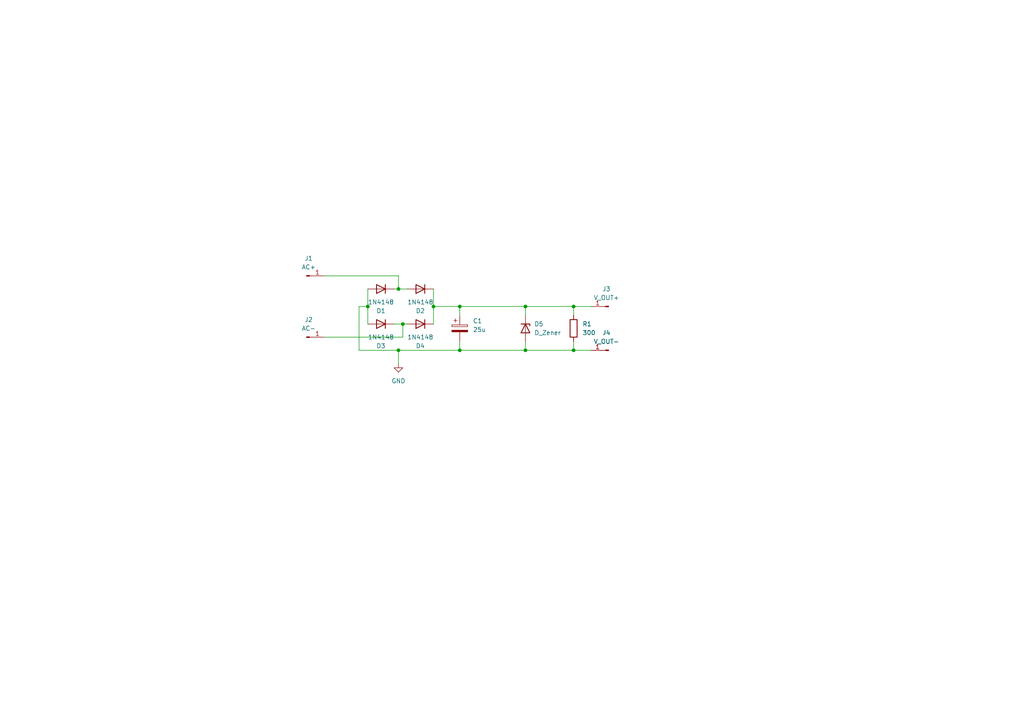
<source format=kicad_sch>
(kicad_sch (version 20230121) (generator eeschema)

  (uuid 7eadf707-390c-439a-921e-74cdc26726d0)

  (paper "A4")

  (lib_symbols
    (symbol "Connector:Conn_01x01_Pin" (pin_names (offset 1.016) hide) (in_bom yes) (on_board yes)
      (property "Reference" "J" (at 0 2.54 0)
        (effects (font (size 1.27 1.27)))
      )
      (property "Value" "Conn_01x01_Pin" (at 0 -2.54 0)
        (effects (font (size 1.27 1.27)))
      )
      (property "Footprint" "" (at 0 0 0)
        (effects (font (size 1.27 1.27)) hide)
      )
      (property "Datasheet" "~" (at 0 0 0)
        (effects (font (size 1.27 1.27)) hide)
      )
      (property "ki_locked" "" (at 0 0 0)
        (effects (font (size 1.27 1.27)))
      )
      (property "ki_keywords" "connector" (at 0 0 0)
        (effects (font (size 1.27 1.27)) hide)
      )
      (property "ki_description" "Generic connector, single row, 01x01, script generated" (at 0 0 0)
        (effects (font (size 1.27 1.27)) hide)
      )
      (property "ki_fp_filters" "Connector*:*_1x??_*" (at 0 0 0)
        (effects (font (size 1.27 1.27)) hide)
      )
      (symbol "Conn_01x01_Pin_1_1"
        (polyline
          (pts
            (xy 1.27 0)
            (xy 0.8636 0)
          )
          (stroke (width 0.1524) (type default))
          (fill (type none))
        )
        (rectangle (start 0.8636 0.127) (end 0 -0.127)
          (stroke (width 0.1524) (type default))
          (fill (type outline))
        )
        (pin passive line (at 5.08 0 180) (length 3.81)
          (name "Pin_1" (effects (font (size 1.27 1.27))))
          (number "1" (effects (font (size 1.27 1.27))))
        )
      )
    )
    (symbol "Device:C_Polarized" (pin_numbers hide) (pin_names (offset 0.254)) (in_bom yes) (on_board yes)
      (property "Reference" "C" (at 0.635 2.54 0)
        (effects (font (size 1.27 1.27)) (justify left))
      )
      (property "Value" "C_Polarized" (at 0.635 -2.54 0)
        (effects (font (size 1.27 1.27)) (justify left))
      )
      (property "Footprint" "" (at 0.9652 -3.81 0)
        (effects (font (size 1.27 1.27)) hide)
      )
      (property "Datasheet" "~" (at 0 0 0)
        (effects (font (size 1.27 1.27)) hide)
      )
      (property "ki_keywords" "cap capacitor" (at 0 0 0)
        (effects (font (size 1.27 1.27)) hide)
      )
      (property "ki_description" "Polarized capacitor" (at 0 0 0)
        (effects (font (size 1.27 1.27)) hide)
      )
      (property "ki_fp_filters" "CP_*" (at 0 0 0)
        (effects (font (size 1.27 1.27)) hide)
      )
      (symbol "C_Polarized_0_1"
        (rectangle (start -2.286 0.508) (end 2.286 1.016)
          (stroke (width 0) (type default))
          (fill (type none))
        )
        (polyline
          (pts
            (xy -1.778 2.286)
            (xy -0.762 2.286)
          )
          (stroke (width 0) (type default))
          (fill (type none))
        )
        (polyline
          (pts
            (xy -1.27 2.794)
            (xy -1.27 1.778)
          )
          (stroke (width 0) (type default))
          (fill (type none))
        )
        (rectangle (start 2.286 -0.508) (end -2.286 -1.016)
          (stroke (width 0) (type default))
          (fill (type outline))
        )
      )
      (symbol "C_Polarized_1_1"
        (pin passive line (at 0 3.81 270) (length 2.794)
          (name "~" (effects (font (size 1.27 1.27))))
          (number "1" (effects (font (size 1.27 1.27))))
        )
        (pin passive line (at 0 -3.81 90) (length 2.794)
          (name "~" (effects (font (size 1.27 1.27))))
          (number "2" (effects (font (size 1.27 1.27))))
        )
      )
    )
    (symbol "Device:D_Zener" (pin_numbers hide) (pin_names (offset 1.016) hide) (in_bom yes) (on_board yes)
      (property "Reference" "D" (at 0 2.54 0)
        (effects (font (size 1.27 1.27)))
      )
      (property "Value" "D_Zener" (at 0 -2.54 0)
        (effects (font (size 1.27 1.27)))
      )
      (property "Footprint" "" (at 0 0 0)
        (effects (font (size 1.27 1.27)) hide)
      )
      (property "Datasheet" "~" (at 0 0 0)
        (effects (font (size 1.27 1.27)) hide)
      )
      (property "ki_keywords" "diode" (at 0 0 0)
        (effects (font (size 1.27 1.27)) hide)
      )
      (property "ki_description" "Zener diode" (at 0 0 0)
        (effects (font (size 1.27 1.27)) hide)
      )
      (property "ki_fp_filters" "TO-???* *_Diode_* *SingleDiode* D_*" (at 0 0 0)
        (effects (font (size 1.27 1.27)) hide)
      )
      (symbol "D_Zener_0_1"
        (polyline
          (pts
            (xy 1.27 0)
            (xy -1.27 0)
          )
          (stroke (width 0) (type default))
          (fill (type none))
        )
        (polyline
          (pts
            (xy -1.27 -1.27)
            (xy -1.27 1.27)
            (xy -0.762 1.27)
          )
          (stroke (width 0.254) (type default))
          (fill (type none))
        )
        (polyline
          (pts
            (xy 1.27 -1.27)
            (xy 1.27 1.27)
            (xy -1.27 0)
            (xy 1.27 -1.27)
          )
          (stroke (width 0.254) (type default))
          (fill (type none))
        )
      )
      (symbol "D_Zener_1_1"
        (pin passive line (at -3.81 0 0) (length 2.54)
          (name "K" (effects (font (size 1.27 1.27))))
          (number "1" (effects (font (size 1.27 1.27))))
        )
        (pin passive line (at 3.81 0 180) (length 2.54)
          (name "A" (effects (font (size 1.27 1.27))))
          (number "2" (effects (font (size 1.27 1.27))))
        )
      )
    )
    (symbol "Device:R" (pin_numbers hide) (pin_names (offset 0)) (in_bom yes) (on_board yes)
      (property "Reference" "R" (at 2.032 0 90)
        (effects (font (size 1.27 1.27)))
      )
      (property "Value" "R" (at 0 0 90)
        (effects (font (size 1.27 1.27)))
      )
      (property "Footprint" "" (at -1.778 0 90)
        (effects (font (size 1.27 1.27)) hide)
      )
      (property "Datasheet" "~" (at 0 0 0)
        (effects (font (size 1.27 1.27)) hide)
      )
      (property "ki_keywords" "R res resistor" (at 0 0 0)
        (effects (font (size 1.27 1.27)) hide)
      )
      (property "ki_description" "Resistor" (at 0 0 0)
        (effects (font (size 1.27 1.27)) hide)
      )
      (property "ki_fp_filters" "R_*" (at 0 0 0)
        (effects (font (size 1.27 1.27)) hide)
      )
      (symbol "R_0_1"
        (rectangle (start -1.016 -2.54) (end 1.016 2.54)
          (stroke (width 0.254) (type default))
          (fill (type none))
        )
      )
      (symbol "R_1_1"
        (pin passive line (at 0 3.81 270) (length 1.27)
          (name "~" (effects (font (size 1.27 1.27))))
          (number "1" (effects (font (size 1.27 1.27))))
        )
        (pin passive line (at 0 -3.81 90) (length 1.27)
          (name "~" (effects (font (size 1.27 1.27))))
          (number "2" (effects (font (size 1.27 1.27))))
        )
      )
    )
    (symbol "Diode:1N4148" (pin_numbers hide) (pin_names hide) (in_bom yes) (on_board yes)
      (property "Reference" "D" (at 0 2.54 0)
        (effects (font (size 1.27 1.27)))
      )
      (property "Value" "1N4148" (at 0 -2.54 0)
        (effects (font (size 1.27 1.27)))
      )
      (property "Footprint" "Diode_THT:D_DO-35_SOD27_P7.62mm_Horizontal" (at 0 0 0)
        (effects (font (size 1.27 1.27)) hide)
      )
      (property "Datasheet" "https://assets.nexperia.com/documents/data-sheet/1N4148_1N4448.pdf" (at 0 0 0)
        (effects (font (size 1.27 1.27)) hide)
      )
      (property "Sim.Device" "D" (at 0 0 0)
        (effects (font (size 1.27 1.27)) hide)
      )
      (property "Sim.Pins" "1=K 2=A" (at 0 0 0)
        (effects (font (size 1.27 1.27)) hide)
      )
      (property "ki_keywords" "diode" (at 0 0 0)
        (effects (font (size 1.27 1.27)) hide)
      )
      (property "ki_description" "100V 0.15A standard switching diode, DO-35" (at 0 0 0)
        (effects (font (size 1.27 1.27)) hide)
      )
      (property "ki_fp_filters" "D*DO?35*" (at 0 0 0)
        (effects (font (size 1.27 1.27)) hide)
      )
      (symbol "1N4148_0_1"
        (polyline
          (pts
            (xy -1.27 1.27)
            (xy -1.27 -1.27)
          )
          (stroke (width 0.254) (type default))
          (fill (type none))
        )
        (polyline
          (pts
            (xy 1.27 0)
            (xy -1.27 0)
          )
          (stroke (width 0) (type default))
          (fill (type none))
        )
        (polyline
          (pts
            (xy 1.27 1.27)
            (xy 1.27 -1.27)
            (xy -1.27 0)
            (xy 1.27 1.27)
          )
          (stroke (width 0.254) (type default))
          (fill (type none))
        )
      )
      (symbol "1N4148_1_1"
        (pin passive line (at -3.81 0 0) (length 2.54)
          (name "K" (effects (font (size 1.27 1.27))))
          (number "1" (effects (font (size 1.27 1.27))))
        )
        (pin passive line (at 3.81 0 180) (length 2.54)
          (name "A" (effects (font (size 1.27 1.27))))
          (number "2" (effects (font (size 1.27 1.27))))
        )
      )
    )
    (symbol "power:GND" (power) (pin_names (offset 0)) (in_bom yes) (on_board yes)
      (property "Reference" "#PWR" (at 0 -6.35 0)
        (effects (font (size 1.27 1.27)) hide)
      )
      (property "Value" "GND" (at 0 -3.81 0)
        (effects (font (size 1.27 1.27)))
      )
      (property "Footprint" "" (at 0 0 0)
        (effects (font (size 1.27 1.27)) hide)
      )
      (property "Datasheet" "" (at 0 0 0)
        (effects (font (size 1.27 1.27)) hide)
      )
      (property "ki_keywords" "global power" (at 0 0 0)
        (effects (font (size 1.27 1.27)) hide)
      )
      (property "ki_description" "Power symbol creates a global label with name \"GND\" , ground" (at 0 0 0)
        (effects (font (size 1.27 1.27)) hide)
      )
      (symbol "GND_0_1"
        (polyline
          (pts
            (xy 0 0)
            (xy 0 -1.27)
            (xy 1.27 -1.27)
            (xy 0 -2.54)
            (xy -1.27 -1.27)
            (xy 0 -1.27)
          )
          (stroke (width 0) (type default))
          (fill (type none))
        )
      )
      (symbol "GND_1_1"
        (pin power_in line (at 0 0 270) (length 0) hide
          (name "GND" (effects (font (size 1.27 1.27))))
          (number "1" (effects (font (size 1.27 1.27))))
        )
      )
    )
  )

  (junction (at 106.68 88.9) (diameter 0) (color 0 0 0 0)
    (uuid 138a7c84-b1a1-4199-a9bc-d06901a9c382)
  )
  (junction (at 152.4 101.6) (diameter 0) (color 0 0 0 0)
    (uuid 16d86fcc-72f0-48e0-9241-9201241a752e)
  )
  (junction (at 133.35 88.9) (diameter 0) (color 0 0 0 0)
    (uuid 19a209f8-bd2e-4897-b09f-e06ebc12d0ea)
  )
  (junction (at 166.37 101.6) (diameter 0) (color 0 0 0 0)
    (uuid 1cb4da10-20ff-4f1d-a96e-8d5bf2ef1766)
  )
  (junction (at 116.84 93.98) (diameter 0) (color 0 0 0 0)
    (uuid 55f02243-b980-48be-b399-c0f015241435)
  )
  (junction (at 133.35 101.6) (diameter 0) (color 0 0 0 0)
    (uuid 6081aaa5-a1fb-4ff9-9c81-d16f6789b6e5)
  )
  (junction (at 166.37 88.9) (diameter 0) (color 0 0 0 0)
    (uuid 79e84452-6c98-44c5-853e-e97054f12083)
  )
  (junction (at 115.57 83.82) (diameter 0) (color 0 0 0 0)
    (uuid 88dbaf91-abcb-4d67-8459-a0bd72af6b22)
  )
  (junction (at 125.73 88.9) (diameter 0) (color 0 0 0 0)
    (uuid 9d26aea8-898b-4747-a90f-4d4c2646614f)
  )
  (junction (at 115.57 101.6) (diameter 0) (color 0 0 0 0)
    (uuid b9353a39-b6b4-4f17-aab1-8320ed84850a)
  )
  (junction (at 152.4 88.9) (diameter 0) (color 0 0 0 0)
    (uuid e5d88be0-eb84-4b89-9e51-d8d704678eee)
  )

  (wire (pts (xy 152.4 88.9) (xy 152.4 91.44))
    (stroke (width 0) (type default))
    (uuid 0085d450-65d9-4b0a-b929-cc09ed33cf57)
  )
  (wire (pts (xy 93.98 97.79) (xy 116.84 97.79))
    (stroke (width 0) (type default))
    (uuid 092ce831-106f-4e80-bba8-969f065994be)
  )
  (wire (pts (xy 115.57 83.82) (xy 118.11 83.82))
    (stroke (width 0) (type default))
    (uuid 0aaefeff-d125-43f5-9f5c-27d1794494af)
  )
  (wire (pts (xy 166.37 88.9) (xy 171.45 88.9))
    (stroke (width 0) (type default))
    (uuid 0cafa3dd-c78b-4647-8c9b-943716bcabdf)
  )
  (wire (pts (xy 152.4 88.9) (xy 133.35 88.9))
    (stroke (width 0) (type default))
    (uuid 0e4c0067-706c-4aa3-8ffb-19acb2ea929b)
  )
  (wire (pts (xy 166.37 88.9) (xy 152.4 88.9))
    (stroke (width 0) (type default))
    (uuid 1f7c5d27-39d3-4cc2-a6e7-7b81b2377477)
  )
  (wire (pts (xy 106.68 88.9) (xy 106.68 93.98))
    (stroke (width 0) (type default))
    (uuid 2484c5a8-1697-42ae-93f0-4c72a5b56de1)
  )
  (wire (pts (xy 115.57 80.01) (xy 115.57 83.82))
    (stroke (width 0) (type default))
    (uuid 24ba3dde-47fb-486c-9bdd-68d07e6a5bf3)
  )
  (wire (pts (xy 133.35 91.44) (xy 133.35 88.9))
    (stroke (width 0) (type default))
    (uuid 2d973778-2fca-4cd8-ac1a-8c926390a019)
  )
  (wire (pts (xy 106.68 88.9) (xy 104.14 88.9))
    (stroke (width 0) (type default))
    (uuid 344a0cb9-e82b-46d7-b513-2af897b24544)
  )
  (wire (pts (xy 166.37 91.44) (xy 166.37 88.9))
    (stroke (width 0) (type default))
    (uuid 5177c9aa-23ec-4a7a-a179-9230c576721a)
  )
  (wire (pts (xy 114.3 93.98) (xy 116.84 93.98))
    (stroke (width 0) (type default))
    (uuid 52be4d7d-66c4-473a-8d06-72b9c0126d46)
  )
  (wire (pts (xy 166.37 99.06) (xy 166.37 101.6))
    (stroke (width 0) (type default))
    (uuid 594a97dd-7766-4646-9636-2f25a749a4c0)
  )
  (wire (pts (xy 166.37 101.6) (xy 171.45 101.6))
    (stroke (width 0) (type default))
    (uuid 70e89ef9-9277-4aab-8c31-b68d0e77fa2d)
  )
  (wire (pts (xy 116.84 93.98) (xy 118.11 93.98))
    (stroke (width 0) (type default))
    (uuid 7ac9cecb-f504-4d82-828d-3f7a7dc08369)
  )
  (wire (pts (xy 152.4 101.6) (xy 133.35 101.6))
    (stroke (width 0) (type default))
    (uuid 8bfbf9ee-6d23-427a-adda-f5f97199a702)
  )
  (wire (pts (xy 152.4 99.06) (xy 152.4 101.6))
    (stroke (width 0) (type default))
    (uuid 97d76439-6021-4795-9187-2de914d6841f)
  )
  (wire (pts (xy 115.57 101.6) (xy 133.35 101.6))
    (stroke (width 0) (type default))
    (uuid 9ee59cfd-2a1a-49c0-b275-fb9f6d7dc70c)
  )
  (wire (pts (xy 133.35 99.06) (xy 133.35 101.6))
    (stroke (width 0) (type default))
    (uuid 9f463e62-e002-499a-86fb-648f0952c60a)
  )
  (wire (pts (xy 116.84 97.79) (xy 116.84 93.98))
    (stroke (width 0) (type default))
    (uuid a3166e94-6273-4cdf-ba81-6f6c36adefa7)
  )
  (wire (pts (xy 106.68 83.82) (xy 106.68 88.9))
    (stroke (width 0) (type default))
    (uuid a85962b8-97d2-4e45-b955-ef6b06eacebd)
  )
  (wire (pts (xy 115.57 101.6) (xy 115.57 105.41))
    (stroke (width 0) (type default))
    (uuid b0aa54fa-a26d-4640-8351-94a7143942c9)
  )
  (wire (pts (xy 104.14 88.9) (xy 104.14 101.6))
    (stroke (width 0) (type default))
    (uuid c28c70b1-4e39-4504-b179-d0ff8d233b97)
  )
  (wire (pts (xy 93.98 80.01) (xy 115.57 80.01))
    (stroke (width 0) (type default))
    (uuid c7e77a42-8a61-4e29-80c8-594df96eb188)
  )
  (wire (pts (xy 114.3 83.82) (xy 115.57 83.82))
    (stroke (width 0) (type default))
    (uuid d3d6b5f9-40d3-4df5-9d8c-8ccd22ab7abb)
  )
  (wire (pts (xy 125.73 83.82) (xy 125.73 88.9))
    (stroke (width 0) (type default))
    (uuid d4990e5d-e44f-4a82-a22d-5ee138535286)
  )
  (wire (pts (xy 166.37 101.6) (xy 152.4 101.6))
    (stroke (width 0) (type default))
    (uuid dba82650-ba1a-4ddb-a036-43b308d30122)
  )
  (wire (pts (xy 125.73 88.9) (xy 133.35 88.9))
    (stroke (width 0) (type default))
    (uuid f12f21d7-d54e-4b02-9f41-468bbfdf9b20)
  )
  (wire (pts (xy 104.14 101.6) (xy 115.57 101.6))
    (stroke (width 0) (type default))
    (uuid fd295cdf-dab2-4539-b080-080aaedaa12c)
  )
  (wire (pts (xy 125.73 88.9) (xy 125.73 93.98))
    (stroke (width 0) (type default))
    (uuid ff74f283-4bf4-42af-860a-24077dce9a8c)
  )

  (symbol (lib_id "Connector:Conn_01x01_Pin") (at 88.9 80.01 0) (unit 1)
    (in_bom yes) (on_board yes) (dnp no)
    (uuid 055bd8b2-e85b-4e25-9bb0-82c283236a00)
    (property "Reference" "J1" (at 89.535 74.93 0)
      (effects (font (size 1.27 1.27)))
    )
    (property "Value" "AC+" (at 89.535 77.47 0)
      (effects (font (size 1.27 1.27)))
    )
    (property "Footprint" "Connector_PinHeader_2.54mm:PinHeader_1x01_P2.54mm_Vertical" (at 88.9 80.01 0)
      (effects (font (size 1.27 1.27)) hide)
    )
    (property "Datasheet" "~" (at 88.9 80.01 0)
      (effects (font (size 1.27 1.27)) hide)
    )
    (pin "1" (uuid d752ffbb-856b-4665-8f0e-8da4e896f0c8))
    (instances
      (project "AC_to_DC_Power_converter"
        (path "/7eadf707-390c-439a-921e-74cdc26726d0"
          (reference "J1") (unit 1)
        )
      )
    )
  )

  (symbol (lib_id "Diode:1N4148") (at 110.49 93.98 180) (unit 1)
    (in_bom yes) (on_board yes) (dnp no) (fields_autoplaced)
    (uuid 1d1eb7cb-10d4-4683-937e-3b8ff45d5eb2)
    (property "Reference" "D3" (at 110.49 100.33 0)
      (effects (font (size 1.27 1.27)))
    )
    (property "Value" "1N4148" (at 110.49 97.79 0)
      (effects (font (size 1.27 1.27)))
    )
    (property "Footprint" "footprints:SOD123_MCC-M" (at 110.49 93.98 0)
      (effects (font (size 1.27 1.27)) hide)
    )
    (property "Datasheet" "https://assets.nexperia.com/documents/data-sheet/1N4148_1N4448.pdf" (at 110.49 93.98 0)
      (effects (font (size 1.27 1.27)) hide)
    )
    (property "Sim.Device" "D" (at 110.49 93.98 0)
      (effects (font (size 1.27 1.27)) hide)
    )
    (property "Sim.Pins" "1=K 2=A" (at 110.49 93.98 0)
      (effects (font (size 1.27 1.27)) hide)
    )
    (pin "1" (uuid c7c148e5-df50-4116-8652-325d3b314017))
    (pin "2" (uuid 0a6110d8-7178-43b3-aadc-cbc5bc3b8fc1))
    (instances
      (project "AC_to_DC_Power_converter"
        (path "/7eadf707-390c-439a-921e-74cdc26726d0"
          (reference "D3") (unit 1)
        )
      )
    )
  )

  (symbol (lib_id "Device:C_Polarized") (at 133.35 95.25 0) (unit 1)
    (in_bom yes) (on_board yes) (dnp no) (fields_autoplaced)
    (uuid 68d41bae-604f-4dc3-a9e4-41dd91fc053c)
    (property "Reference" "C1" (at 137.16 93.091 0)
      (effects (font (size 1.27 1.27)) (justify left))
    )
    (property "Value" "25u" (at 137.16 95.631 0)
      (effects (font (size 1.27 1.27)) (justify left))
    )
    (property "Footprint" "footprints:CAP_WCAP-ASLI_04p0X05p5_WRE-M" (at 134.3152 99.06 0)
      (effects (font (size 1.27 1.27)) hide)
    )
    (property "Datasheet" "~" (at 133.35 95.25 0)
      (effects (font (size 1.27 1.27)) hide)
    )
    (pin "1" (uuid b5361593-74a4-4918-8a31-bdaca199d8a6))
    (pin "2" (uuid 281fd922-92d0-4a1c-9f51-f8a0513ddbdc))
    (instances
      (project "AC_to_DC_Power_converter"
        (path "/7eadf707-390c-439a-921e-74cdc26726d0"
          (reference "C1") (unit 1)
        )
      )
    )
  )

  (symbol (lib_id "Connector:Conn_01x01_Pin") (at 88.9 97.79 0) (unit 1)
    (in_bom yes) (on_board yes) (dnp no) (fields_autoplaced)
    (uuid 7a688663-e656-4c3b-9df9-f85bfec9fca3)
    (property "Reference" "J2" (at 89.535 92.71 0)
      (effects (font (size 1.27 1.27)))
    )
    (property "Value" "AC-" (at 89.535 95.25 0)
      (effects (font (size 1.27 1.27)))
    )
    (property "Footprint" "Connector_PinHeader_2.54mm:PinHeader_1x01_P2.54mm_Vertical" (at 88.9 97.79 0)
      (effects (font (size 1.27 1.27)) hide)
    )
    (property "Datasheet" "~" (at 88.9 97.79 0)
      (effects (font (size 1.27 1.27)) hide)
    )
    (pin "1" (uuid bab96cb1-5635-4a0e-b02c-6b0802514a4f))
    (instances
      (project "AC_to_DC_Power_converter"
        (path "/7eadf707-390c-439a-921e-74cdc26726d0"
          (reference "J2") (unit 1)
        )
      )
    )
  )

  (symbol (lib_id "Diode:1N4148") (at 110.49 83.82 180) (unit 1)
    (in_bom yes) (on_board yes) (dnp no) (fields_autoplaced)
    (uuid 7e726b1c-330d-48f9-a7de-14e4bd54f0b2)
    (property "Reference" "D1" (at 110.49 90.17 0)
      (effects (font (size 1.27 1.27)))
    )
    (property "Value" "1N4148" (at 110.49 87.63 0)
      (effects (font (size 1.27 1.27)))
    )
    (property "Footprint" "footprints:SOD123_MCC-M" (at 110.49 83.82 0)
      (effects (font (size 1.27 1.27)) hide)
    )
    (property "Datasheet" "https://assets.nexperia.com/documents/data-sheet/1N4148_1N4448.pdf" (at 110.49 83.82 0)
      (effects (font (size 1.27 1.27)) hide)
    )
    (property "Sim.Device" "D" (at 110.49 83.82 0)
      (effects (font (size 1.27 1.27)) hide)
    )
    (property "Sim.Pins" "1=K 2=A" (at 110.49 83.82 0)
      (effects (font (size 1.27 1.27)) hide)
    )
    (pin "1" (uuid 6c872571-92a6-4444-b852-a93fca682c3b))
    (pin "2" (uuid ad49597c-2d2e-4a21-8ccd-65c9223019c6))
    (instances
      (project "AC_to_DC_Power_converter"
        (path "/7eadf707-390c-439a-921e-74cdc26726d0"
          (reference "D1") (unit 1)
        )
      )
    )
  )

  (symbol (lib_id "Device:R") (at 166.37 95.25 0) (unit 1)
    (in_bom yes) (on_board yes) (dnp no) (fields_autoplaced)
    (uuid 8f6bf726-48b9-438f-890d-f64cd7bbcc40)
    (property "Reference" "R1" (at 168.91 93.98 0)
      (effects (font (size 1.27 1.27)) (justify left))
    )
    (property "Value" "300" (at 168.91 96.52 0)
      (effects (font (size 1.27 1.27)) (justify left))
    )
    (property "Footprint" "Resistor_SMD:R_0603_1608Metric_Pad0.98x0.95mm_HandSolder" (at 164.592 95.25 90)
      (effects (font (size 1.27 1.27)) hide)
    )
    (property "Datasheet" "~" (at 166.37 95.25 0)
      (effects (font (size 1.27 1.27)) hide)
    )
    (pin "1" (uuid 57a9a33d-d3b7-4713-80c9-54355b922827))
    (pin "2" (uuid 30e71f83-e1bf-4d75-90bb-9fb0f29b2794))
    (instances
      (project "AC_to_DC_Power_converter"
        (path "/7eadf707-390c-439a-921e-74cdc26726d0"
          (reference "R1") (unit 1)
        )
      )
    )
  )

  (symbol (lib_id "Diode:1N4148") (at 121.92 83.82 180) (unit 1)
    (in_bom yes) (on_board yes) (dnp no) (fields_autoplaced)
    (uuid 90053331-edb8-463f-99e5-5337598cc54b)
    (property "Reference" "D2" (at 121.92 90.17 0)
      (effects (font (size 1.27 1.27)))
    )
    (property "Value" "1N4148" (at 121.92 87.63 0)
      (effects (font (size 1.27 1.27)))
    )
    (property "Footprint" "footprints:SOD123_MCC-M" (at 121.92 83.82 0)
      (effects (font (size 1.27 1.27)) hide)
    )
    (property "Datasheet" "https://assets.nexperia.com/documents/data-sheet/1N4148_1N4448.pdf" (at 121.92 83.82 0)
      (effects (font (size 1.27 1.27)) hide)
    )
    (property "Sim.Device" "D" (at 121.92 83.82 0)
      (effects (font (size 1.27 1.27)) hide)
    )
    (property "Sim.Pins" "1=K 2=A" (at 121.92 83.82 0)
      (effects (font (size 1.27 1.27)) hide)
    )
    (pin "1" (uuid c8d31669-18d7-4cac-acb8-57d18cc53ef7))
    (pin "2" (uuid e501a6b5-54d9-46dd-ac09-4efbcf2237dc))
    (instances
      (project "AC_to_DC_Power_converter"
        (path "/7eadf707-390c-439a-921e-74cdc26726d0"
          (reference "D2") (unit 1)
        )
      )
    )
  )

  (symbol (lib_id "Device:D_Zener") (at 152.4 95.25 270) (unit 1)
    (in_bom yes) (on_board yes) (dnp no) (fields_autoplaced)
    (uuid 92ea8c31-a94e-4785-91d6-79eb2c8234ed)
    (property "Reference" "D5" (at 154.94 93.98 90)
      (effects (font (size 1.27 1.27)) (justify left))
    )
    (property "Value" "D_Zener" (at 154.94 96.52 90)
      (effects (font (size 1.27 1.27)) (justify left))
    )
    (property "Footprint" "footprints:SOD323_NEX-M" (at 152.4 95.25 0)
      (effects (font (size 1.27 1.27)) hide)
    )
    (property "Datasheet" "~" (at 152.4 95.25 0)
      (effects (font (size 1.27 1.27)) hide)
    )
    (pin "1" (uuid 95d45168-0cba-4839-95c6-2d7b75237f29))
    (pin "2" (uuid cd16a273-f0b7-4acc-a445-91e4ef9dc930))
    (instances
      (project "AC_to_DC_Power_converter"
        (path "/7eadf707-390c-439a-921e-74cdc26726d0"
          (reference "D5") (unit 1)
        )
      )
    )
  )

  (symbol (lib_id "Diode:1N4148") (at 121.92 93.98 180) (unit 1)
    (in_bom yes) (on_board yes) (dnp no) (fields_autoplaced)
    (uuid a4bca92e-60a1-4248-9c5c-795f8429441e)
    (property "Reference" "D4" (at 121.92 100.33 0)
      (effects (font (size 1.27 1.27)))
    )
    (property "Value" "1N4148" (at 121.92 97.79 0)
      (effects (font (size 1.27 1.27)))
    )
    (property "Footprint" "footprints:SOD123_MCC-M" (at 121.92 93.98 0)
      (effects (font (size 1.27 1.27)) hide)
    )
    (property "Datasheet" "https://assets.nexperia.com/documents/data-sheet/1N4148_1N4448.pdf" (at 121.92 93.98 0)
      (effects (font (size 1.27 1.27)) hide)
    )
    (property "Sim.Device" "D" (at 121.92 93.98 0)
      (effects (font (size 1.27 1.27)) hide)
    )
    (property "Sim.Pins" "1=K 2=A" (at 121.92 93.98 0)
      (effects (font (size 1.27 1.27)) hide)
    )
    (pin "1" (uuid 031746fa-6c29-48f9-940d-65c71e28871d))
    (pin "2" (uuid 91069a27-58a0-4bca-addd-496f5135a71f))
    (instances
      (project "AC_to_DC_Power_converter"
        (path "/7eadf707-390c-439a-921e-74cdc26726d0"
          (reference "D4") (unit 1)
        )
      )
    )
  )

  (symbol (lib_id "power:GND") (at 115.57 105.41 0) (unit 1)
    (in_bom yes) (on_board yes) (dnp no) (fields_autoplaced)
    (uuid aa85cda4-2b6b-4ec3-9657-995b75f11b30)
    (property "Reference" "#PWR01" (at 115.57 111.76 0)
      (effects (font (size 1.27 1.27)) hide)
    )
    (property "Value" "GND" (at 115.57 110.49 0)
      (effects (font (size 1.27 1.27)))
    )
    (property "Footprint" "" (at 115.57 105.41 0)
      (effects (font (size 1.27 1.27)) hide)
    )
    (property "Datasheet" "" (at 115.57 105.41 0)
      (effects (font (size 1.27 1.27)) hide)
    )
    (pin "1" (uuid 79dab26b-f060-4a07-ba60-5efa5910f27f))
    (instances
      (project "AC_to_DC_Power_converter"
        (path "/7eadf707-390c-439a-921e-74cdc26726d0"
          (reference "#PWR01") (unit 1)
        )
      )
    )
  )

  (symbol (lib_id "Connector:Conn_01x01_Pin") (at 176.53 88.9 180) (unit 1)
    (in_bom yes) (on_board yes) (dnp no) (fields_autoplaced)
    (uuid cbb0fcd8-ee39-4782-9f14-fd61a60fd8a7)
    (property "Reference" "J3" (at 175.895 83.82 0)
      (effects (font (size 1.27 1.27)))
    )
    (property "Value" "V_OUT+" (at 175.895 86.36 0)
      (effects (font (size 1.27 1.27)))
    )
    (property "Footprint" "Connector_PinHeader_2.54mm:PinHeader_1x01_P2.54mm_Vertical" (at 176.53 88.9 0)
      (effects (font (size 1.27 1.27)) hide)
    )
    (property "Datasheet" "~" (at 176.53 88.9 0)
      (effects (font (size 1.27 1.27)) hide)
    )
    (pin "1" (uuid 99fabbcc-fe57-4a1a-9ef9-7d76a4a7e6cc))
    (instances
      (project "AC_to_DC_Power_converter"
        (path "/7eadf707-390c-439a-921e-74cdc26726d0"
          (reference "J3") (unit 1)
        )
      )
    )
  )

  (symbol (lib_id "Connector:Conn_01x01_Pin") (at 176.53 101.6 180) (unit 1)
    (in_bom yes) (on_board yes) (dnp no) (fields_autoplaced)
    (uuid fd7eb185-70e4-4503-bd7d-bb12d3ff0cec)
    (property "Reference" "J4" (at 175.895 96.52 0)
      (effects (font (size 1.27 1.27)))
    )
    (property "Value" "V_OUT-" (at 175.895 99.06 0)
      (effects (font (size 1.27 1.27)))
    )
    (property "Footprint" "Connector_PinHeader_2.54mm:PinHeader_1x01_P2.54mm_Vertical" (at 176.53 101.6 0)
      (effects (font (size 1.27 1.27)) hide)
    )
    (property "Datasheet" "~" (at 176.53 101.6 0)
      (effects (font (size 1.27 1.27)) hide)
    )
    (pin "1" (uuid 687ba125-ec16-416d-ae8e-84fda6fc22a1))
    (instances
      (project "AC_to_DC_Power_converter"
        (path "/7eadf707-390c-439a-921e-74cdc26726d0"
          (reference "J4") (unit 1)
        )
      )
    )
  )

  (sheet_instances
    (path "/" (page "1"))
  )
)

</source>
